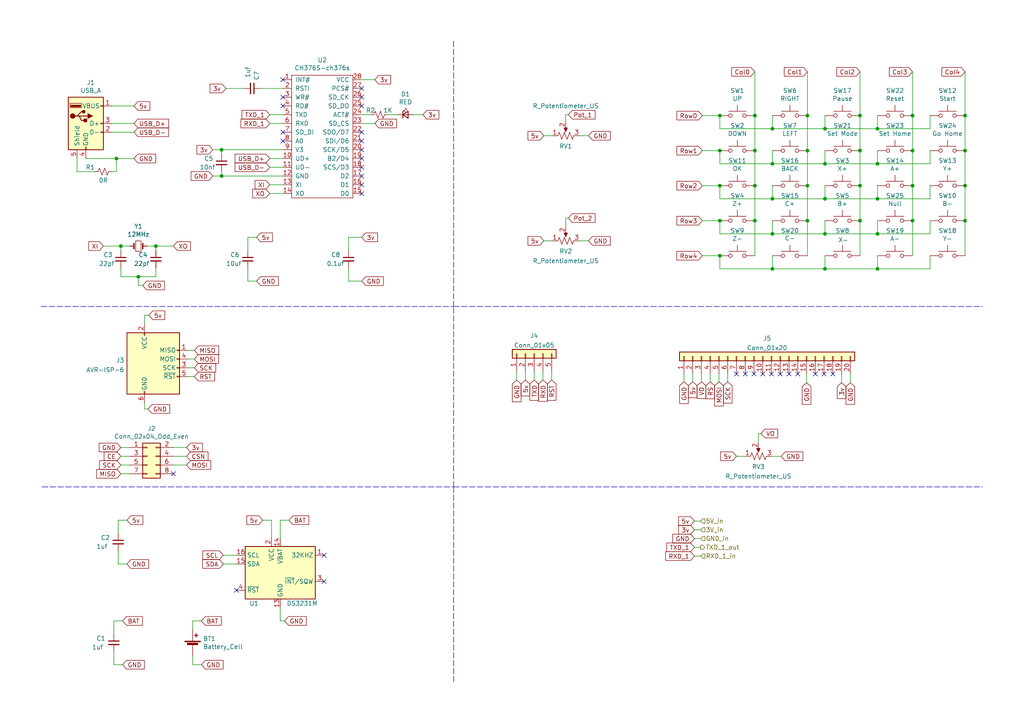
<source format=kicad_sch>
(kicad_sch (version 20231120) (generator "eeschema") (generator_version "8.0")
  (paper "A4")
  (lib_symbols
    (symbol "Connector:AVR-ISP-6" (pin_names (offset 1.016))
      (property "Reference" "J" (at -6.35 11.43 0))
      (property "Value" "AVR-ISP-6" (at 0 11.43 0))
      (symbol "AVR-ISP-6_0_1"
        (rectangle (start -2.667 -6.858) (end -2.413 -7.62))
        (rectangle (start -2.667 10.16) (end -2.413 9.398))
        (rectangle (start 7.62 -2.413) (end 6.858 -2.667))
        (rectangle (start 7.62 0.127) (end 6.858 -0.127))
        (rectangle (start 7.62 2.667) (end 6.858 2.413))
        (rectangle (start 7.62 5.207) (end 6.858 4.953))
        (rectangle (start 7.62 10.16) (end -7.62 -7.62) (stroke (width 0.254)) (fill (type background)))
      )
      (symbol "AVR-ISP-6_1_1"
        (pin passive line (at 10.16 5.08 180) (length 2.54) (name "MISO") (number "1"))
        (pin passive line (at -2.54 12.7 270) (length 2.54) (name "VCC") (number "2"))
        (pin passive line (at 10.16 0 180) (length 2.54) (name "SCK") (number "3"))
        (pin passive line (at 10.16 2.54 180) (length 2.54) (name "MOSI") (number "4"))
        (pin passive line (at 10.16 -2.54 180) (length 2.54) (name "~{RST}") (number "5"))
        (pin passive line (at -2.54 -10.16 90) (length 2.54) (name "GND") (number "6"))
      )
    )
    (symbol "Connector:USB_A" (pin_names (offset 1.016))
      (property "Reference" "J" (at -5.08 11.43 0))
      (property "Value" "USB_A" (at -5.08 8.89 0))
      (symbol "USB_A_0_1"
        (rectangle (start -5.08 -7.62) (end 5.08 7.62) (stroke (width 0.254)) (fill (type background)))
        (circle (center -3.81 2.159) (radius 0.635) (stroke (width 0.254)) (fill (type outline)))
        (rectangle (start -1.524 4.826) (end -4.318 5.334) (fill (type outline)))
        (rectangle (start -1.27 4.572) (end -4.572 5.842))
        (circle (center -0.635 3.429) (radius 0.381) (stroke (width 0.254)) (fill (type outline)))
        (rectangle (start -0.127 -7.62) (end 0.127 -6.858))
        (polyline (pts (xy -3.175 2.159) (xy -2.54 2.159) (xy -1.27 3.429) (xy -0.635 3.429)) (stroke (width 0.254)))
        (polyline (pts (xy -2.54 2.159) (xy -1.905 2.159) (xy -1.27 0.889) (xy 0 0.889)) (stroke (width 0.254)))
        (polyline (pts (xy 0.635 2.794) (xy 0.635 1.524) (xy 1.905 2.159) (xy 0.635 2.794)) (stroke (width 0.254)) (fill (type outline)))
        (rectangle (start 0.254 1.27) (end -0.508 0.508) (stroke (width 0.254)) (fill (type outline)))
        (rectangle (start 5.08 -2.667) (end 4.318 -2.413))
        (rectangle (start 5.08 -0.127) (end 4.318 0.127))
        (rectangle (start 5.08 4.953) (end 4.318 5.207))
      )
      (symbol "USB_A_1_1"
        (polyline (pts (xy -1.905 2.159) (xy 0.635 2.159)) (stroke (width 0.254)))
        (pin power_in line (at 7.62 5.08 180) (length 2.54) (name "VBUS") (number "1"))
        (pin bidirectional line (at 7.62 -2.54 180) (length 2.54) (name "D-") (number "2"))
        (pin bidirectional line (at 7.62 0 180) (length 2.54) (name "D+") (number "3"))
        (pin power_in line (at 0 -10.16 90) (length 2.54) (name "GND") (number "4"))
        (pin passive line (at -2.54 -10.16 90) (length 2.54) (name "Shield") (number "5"))
      )
    )
    (symbol "Connector_Generic:Conn_01x05" (pin_names (offset 1.016) hide)
      (property "Reference" "J" (at 0 7.62 0))
      (property "Value" "Conn_01x05" (at 0 -7.62 0))
      (symbol "Conn_01x05_1_1"
        (rectangle (start -1.27 -4.953) (end 0 -5.207) (stroke (width 0.1524)))
        (rectangle (start -1.27 -2.413) (end 0 -2.667) (stroke (width 0.1524)))
        (rectangle (start -1.27 0.127) (end 0 -0.127) (stroke (width 0.1524)))
        (rectangle (start -1.27 2.667) (end 0 2.413) (stroke (width 0.1524)))
        (rectangle (start -1.27 5.207) (end 0 4.953) (stroke (width 0.1524)))
        (rectangle (start -1.27 6.35) (end 1.27 -6.35) (stroke (width 0.254)) (fill (type background)))
        (pin passive line (at -5.08 5.08 0) (length 3.81) (name "Pin_1") (number "1"))
        (pin passive line (at -5.08 2.54 0) (length 3.81) (name "Pin_2") (number "2"))
        (pin passive line (at -5.08 0 0) (length 3.81) (name "Pin_3") (number "3"))
        (pin passive line (at -5.08 -2.54 0) (length 3.81) (name "Pin_4") (number "4"))
        (pin passive line (at -5.08 -5.08 0) (length 3.81) (name "Pin_5") (number "5"))
      )
    )
    (symbol "Connector_Generic:Conn_01x20" (pin_names (offset 1.016) hide)
      (property "Reference" "J" (at 0 25.4 0))
      (property "Value" "Conn_01x20" (at 0 -27.94 0))
      (symbol "Conn_01x20_1_1"
        (rectangle (start -1.27 -25.273) (end 0 -25.527) (stroke (width 0.1524)))
        (rectangle (start -1.27 -22.733) (end 0 -22.987) (stroke (width 0.1524)))
        (rectangle (start -1.27 -20.193) (end 0 -20.447) (stroke (width 0.1524)))
        (rectangle (start -1.27 -17.653) (end 0 -17.907) (stroke (width 0.1524)))
        (rectangle (start -1.27 -15.113) (end 0 -15.367) (stroke (width 0.1524)))
        (rectangle (start -1.27 -12.573) (end 0 -12.827) (stroke (width 0.1524)))
        (rectangle (start -1.27 -10.033) (end 0 -10.287) (stroke (width 0.1524)))
        (rectangle (start -1.27 -7.493) (end 0 -7.747) (stroke (width 0.1524)))
        (rectangle (start -1.27 -4.953) (end 0 -5.207) (stroke (width 0.1524)))
        (rectangle (start -1.27 -2.413) (end 0 -2.667) (stroke (width 0.1524)))
        (rectangle (start -1.27 0.127) (end 0 -0.127) (stroke (width 0.1524)))
        (rectangle (start -1.27 2.667) (end 0 2.413) (stroke (width 0.1524)))
        (rectangle (start -1.27 5.207) (end 0 4.953) (stroke (width 0.1524)))
        (rectangle (start -1.27 7.747) (end 0 7.493) (stroke (width 0.1524)))
        (rectangle (start -1.27 10.287) (end 0 10.033) (stroke (width 0.1524)))
        (rectangle (start -1.27 12.827) (end 0 12.573) (stroke (width 0.1524)))
        (rectangle (start -1.27 15.367) (end 0 15.113) (stroke (width 0.1524)))
        (rectangle (start -1.27 17.907) (end 0 17.653) (stroke (width 0.1524)))
        (rectangle (start -1.27 20.447) (end 0 20.193) (stroke (width 0.1524)))
        (rectangle (start -1.27 22.987) (end 0 22.733) (stroke (width 0.1524)))
        (rectangle (start -1.27 24.13) (end 1.27 -26.67) (stroke (width 0.254)) (fill (type background)))
        (pin passive line (at -5.08 22.86 0) (length 3.81) (name "Pin_1") (number "1"))
        (pin passive line (at -5.08 0 0) (length 3.81) (name "Pin_10") (number "10"))
        (pin passive line (at -5.08 -2.54 0) (length 3.81) (name "Pin_11") (number "11"))
        (pin passive line (at -5.08 -5.08 0) (length 3.81) (name "Pin_12") (number "12"))
        (pin passive line (at -5.08 -7.62 0) (length 3.81) (name "Pin_13") (number "13"))
        (pin passive line (at -5.08 -10.16 0) (length 3.81) (name "Pin_14") (number "14"))
        (pin passive line (at -5.08 -12.7 0) (length 3.81) (name "Pin_15") (number "15"))
        (pin passive line (at -5.08 -15.24 0) (length 3.81) (name "Pin_16") (number "16"))
        (pin passive line (at -5.08 -17.78 0) (length 3.81) (name "Pin_17") (number "17"))
        (pin passive line (at -5.08 -20.32 0) (length 3.81) (name "Pin_18") (number "18"))
        (pin passive line (at -5.08 -22.86 0) (length 3.81) (name "Pin_19") (number "19"))
        (pin passive line (at -5.08 20.32 0) (length 3.81) (name "Pin_2") (number "2"))
        (pin passive line (at -5.08 -25.4 0) (length 3.81) (name "Pin_20") (number "20"))
        (pin passive line (at -5.08 17.78 0) (length 3.81) (name "Pin_3") (number "3"))
        (pin passive line (at -5.08 15.24 0) (length 3.81) (name "Pin_4") (number "4"))
        (pin passive line (at -5.08 12.7 0) (length 3.81) (name "Pin_5") (number "5"))
        (pin passive line (at -5.08 10.16 0) (length 3.81) (name "Pin_6") (number "6"))
        (pin passive line (at -5.08 7.62 0) (length 3.81) (name "Pin_7") (number "7"))
        (pin passive line (at -5.08 5.08 0) (length 3.81) (name "Pin_8") (number "8"))
        (pin passive line (at -5.08 2.54 0) (length 3.81) (name "Pin_9") (number "9"))
      )
    )
    (symbol "Connector_Generic:Conn_02x04_Odd_Even" (pin_names (offset 1.016) hide)
      (property "Reference" "J" (at 1.27 5.08 0))
      (property "Value" "Conn_02x04_Odd_Even" (at 1.27 -7.62 0))
      (symbol "Conn_02x04_Odd_Even_1_1"
        (rectangle (start -1.27 -4.953) (end 0 -5.207) (stroke (width 0.1524)))
        (rectangle (start -1.27 -2.413) (end 0 -2.667) (stroke (width 0.1524)))
        (rectangle (start -1.27 0.127) (end 0 -0.127) (stroke (width 0.1524)))
        (rectangle (start -1.27 2.667) (end 0 2.413) (stroke (width 0.1524)))
        (rectangle (start -1.27 3.81) (end 3.81 -6.35) (stroke (width 0.254)) (fill (type background)))
        (rectangle (start 3.81 -4.953) (end 2.54 -5.207) (stroke (width 0.1524)))
        (rectangle (start 3.81 -2.413) (end 2.54 -2.667) (stroke (width 0.1524)))
        (rectangle (start 3.81 0.127) (end 2.54 -0.127) (stroke (width 0.1524)))
        (rectangle (start 3.81 2.667) (end 2.54 2.413) (stroke (width 0.1524)))
        (pin passive line (at -5.08 2.54 0) (length 3.81) (name "Pin_1") (number "1"))
        (pin passive line (at 7.62 2.54 180) (length 3.81) (name "Pin_2") (number "2"))
        (pin passive line (at -5.08 0 0) (length 3.81) (name "Pin_3") (number "3"))
        (pin passive line (at 7.62 0 180) (length 3.81) (name "Pin_4") (number "4"))
        (pin passive line (at -5.08 -2.54 0) (length 3.81) (name "Pin_5") (number "5"))
        (pin passive line (at 7.62 -2.54 180) (length 3.81) (name "Pin_6") (number "6"))
        (pin passive line (at -5.08 -5.08 0) (length 3.81) (name "Pin_7") (number "7"))
        (pin passive line (at 7.62 -5.08 180) (length 3.81) (name "Pin_8") (number "8"))
      )
    )
    (symbol "Device:Battery_Cell" (pin_numbers hide) (pin_names (offset 0) hide)
      (property "Reference" "BT" (at 2.54 2.54 0))
      (property "Value" "Battery_Cell" (at 2.54 0 0))
      (symbol "Battery_Cell_0_1"
        (rectangle (start -2.286 1.778) (end 2.286 1.524) (fill (type outline)))
        (rectangle (start -1.5748 1.1938) (end 1.4732 0.6858) (fill (type outline)))
        (polyline (pts (xy 0 0.762) (xy 0 0)))
        (polyline (pts (xy 0 1.778) (xy 0 2.54)))
        (polyline (pts (xy 0.508 3.429) (xy 1.524 3.429)) (stroke (width 0.254)))
        (polyline (pts (xy 1.016 3.937) (xy 1.016 2.921)) (stroke (width 0.254)))
      )
      (symbol "Battery_Cell_1_1"
        (pin passive line (at 0 5.08 270) (length 2.54) (name "+") (number "1"))
        (pin passive line (at 0 -2.54 90) (length 2.54) (name "-") (number "2"))
      )
    )
    (symbol "Device:C_Small" (pin_numbers hide) (pin_names (offset 0.254) hide)
      (property "Reference" "C" (at 0.254 1.778 0))
      (property "Value" "C_Small" (at 0.254 -2.032 0))
      (symbol "C_Small_0_1"
        (polyline (pts (xy -1.524 -0.508) (xy 1.524 -0.508)) (stroke (width 0.3302)))
        (polyline (pts (xy -1.524 0.508) (xy 1.524 0.508)) (stroke (width 0.3048)))
      )
      (symbol "C_Small_1_1"
        (pin passive line (at 0 2.54 270) (length 2.032) (name "~") (number "1"))
        (pin passive line (at 0 -2.54 90) (length 2.032) (name "~") (number "2"))
      )
    )
    (symbol "Device:Crystal_Small" (pin_numbers hide) (pin_names (offset 1.016) hide)
      (property "Reference" "Y" (at 0 2.54 0))
      (property "Value" "Crystal_Small" (at 0 -2.54 0))
      (symbol "Crystal_Small_0_1"
        (rectangle (start -0.762 -1.524) (end 0.762 1.524))
        (polyline (pts (xy -1.27 -0.762) (xy -1.27 0.762)) (stroke (width 0.381)))
        (polyline (pts (xy 1.27 -0.762) (xy 1.27 0.762)) (stroke (width 0.381)))
      )
      (symbol "Crystal_Small_1_1"
        (pin passive line (at -2.54 0 0) (length 1.27) (name "1") (number "1"))
        (pin passive line (at 2.54 0 180) (length 1.27) (name "2") (number "2"))
      )
    )
    (symbol "Device:LED_Small" (pin_numbers hide) (pin_names (offset 0.254) hide)
      (property "Reference" "D" (at -1.27 3.175 0))
      (property "Value" "LED_Small" (at -4.445 -2.54 0))
      (symbol "LED_Small_0_1"
        (polyline (pts (xy -0.762 -1.016) (xy -0.762 1.016)) (stroke (width 0.254)))
        (polyline (pts (xy 1.016 0) (xy -0.762 0)))
        (polyline (pts (xy 0.762 -1.016) (xy -0.762 0) (xy 0.762 1.016) (xy 0.762 -1.016)) (stroke (width 0.254)))
        (polyline (pts (xy 0 0.762) (xy -0.508 1.27) (xy -0.254 1.27) (xy -0.508 1.27) (xy -0.508 1.016)))
        (polyline (pts (xy 0.508 1.27) (xy 0 1.778) (xy 0.254 1.778) (xy 0 1.778) (xy 0 1.524)))
      )
      (symbol "LED_Small_1_1"
        (pin passive line (at -2.54 0 0) (length 1.778) (name "K") (number "1"))
        (pin passive line (at 2.54 0 180) (length 1.778) (name "A") (number "2"))
      )
    )
    (symbol "Device:R_Potentiometer_US" (pin_names (offset 1.016) hide)
      (property "Reference" "RV" (at -4.445 0 90))
      (property "Value" "R_Potentiometer_US" (at -2.54 0 90))
      (symbol "R_Potentiometer_US_0_1"
        (polyline (pts (xy 0 -2.286) (xy 0 -2.54)))
        (polyline (pts (xy 0 2.54) (xy 0 2.286)))
        (polyline (pts (xy 2.54 0) (xy 1.524 0)))
        (polyline (pts (xy 1.143 0) (xy 2.286 0.508) (xy 2.286 -0.508) (xy 1.143 0)) (fill (type outline)))
        (polyline (pts (xy 0 -0.762) (xy 1.016 -1.143) (xy 0 -1.524) (xy -1.016 -1.905) (xy 0 -2.286)))
        (polyline (pts (xy 0 0.762) (xy 1.016 0.381) (xy 0 0) (xy -1.016 -0.381) (xy 0 -0.762)))
        (polyline (pts (xy 0 2.286) (xy 1.016 1.905) (xy 0 1.524) (xy -1.016 1.143) (xy 0 0.762)))
      )
      (symbol "R_Potentiometer_US_1_1"
        (pin passive line (at 0 3.81 270) (length 1.27) (name "1") (number "1"))
        (pin passive line (at 3.81 0 180) (length 1.27) (name "2") (number "2"))
        (pin passive line (at 0 -3.81 90) (length 1.27) (name "3") (number "3"))
      )
    )
    (symbol "Device:R_Small_US" (pin_numbers hide) (pin_names (offset 0.254) hide)
      (property "Reference" "R" (at 0.762 0.508 0))
      (property "Value" "R_Small_US" (at 0.762 -1.016 0))
      (symbol "R_Small_US_1_1"
        (polyline (pts (xy 0 0) (xy 1.016 -0.381) (xy 0 -0.762) (xy -1.016 -1.143) (xy 0 -1.524)))
        (polyline (pts (xy 0 1.524) (xy 1.016 1.143) (xy 0 0.762) (xy -1.016 0.381) (xy 0 0)))
        (pin passive line (at 0 2.54 270) (length 1.016) (name "~") (number "1"))
        (pin passive line (at 0 -2.54 90) (length 1.016) (name "~") (number "2"))
      )
    )
    (symbol "StockPile_Final-rescue:CH376S-ch376s" (pin_names (offset 1.016))
      (property "Reference" "U" (at 0 19.05 0))
      (property "Value" "CH376S-ch376s" (at 0 -21.59 0))
      (symbol "CH376S-ch376s_0_1"
        (rectangle (start -8.89 16.51) (end 8.89 -19.05))
      )
      (symbol "CH376S-ch376s_1_1"
        (pin input line (at -11.43 15.24 0) (length 2.54) (name "INT#") (number "1"))
        (pin input line (at -11.43 -7.62 0) (length 2.54) (name "UD+") (number "10"))
        (pin input line (at -11.43 -10.16 0) (length 2.54) (name "UD-") (number "11"))
        (pin input line (at -11.43 -12.7 0) (length 2.54) (name "GND") (number "12"))
        (pin input line (at -11.43 -15.24 0) (length 2.54) (name "XI") (number "13"))
        (pin input line (at -11.43 -17.78 0) (length 2.54) (name "XO") (number "14"))
        (pin input line (at 11.43 -17.78 180) (length 2.54) (name "D0") (number "15"))
        (pin input line (at 11.43 -15.24 180) (length 2.54) (name "D1") (number "16"))
        (pin input line (at 11.43 -12.7 180) (length 2.54) (name "D2") (number "17"))
        (pin input line (at 11.43 -10.16 180) (length 2.54) (name "SCS/D3") (number "18"))
        (pin input line (at 11.43 -7.62 180) (length 2.54) (name "B2/D4") (number "19"))
        (pin input line (at -11.43 12.7 0) (length 2.54) (name "RSTI") (number "2"))
        (pin input line (at 11.43 -5.08 180) (length 2.54) (name "SCK/D5") (number "20"))
        (pin input line (at 11.43 -2.54 180) (length 2.54) (name "SDI/D6") (number "21"))
        (pin input line (at 11.43 0 180) (length 2.54) (name "SDO/D7") (number "22"))
        (pin input line (at 11.43 2.54 180) (length 2.54) (name "SD_CS") (number "23"))
        (pin input line (at 11.43 5.08 180) (length 2.54) (name "ACT#") (number "24"))
        (pin input line (at 11.43 7.62 180) (length 2.54) (name "SD_DO") (number "25"))
        (pin input line (at 11.43 10.16 180) (length 2.54) (name "SD_CK") (number "26"))
        (pin input line (at 11.43 12.7 180) (length 2.54) (name "PCS#") (number "27"))
        (pin input line (at 11.43 15.24 180) (length 2.54) (name "VCC") (number "28"))
        (pin input line (at -11.43 10.16 0) (length 2.54) (name "WR#") (number "3"))
        (pin input line (at -11.43 7.62 0) (length 2.54) (name "RD#") (number "4"))
        (pin input line (at -11.43 5.08 0) (length 2.54) (name "TXD") (number "5"))
        (pin input line (at -11.43 2.54 0) (length 2.54) (name "RXD") (number "6"))
        (pin input line (at -11.43 0 0) (length 2.54) (name "SD_DI") (number "7"))
        (pin input line (at -11.43 -2.54 0) (length 2.54) (name "A0") (number "8"))
        (pin input line (at -11.43 -5.08 0) (length 2.54) (name "V3") (number "9"))
      )
    )
    (symbol "Switch:SW_Push" (pin_numbers hide) (pin_names (offset 1.016) hide)
      (property "Reference" "SW" (at 1.27 2.54 0))
      (property "Value" "SW_Push" (at 0 -1.524 0))
      (symbol "SW_Push_0_1"
        (circle (center -2.032 0) (radius 0.508))
        (polyline (pts (xy 0 1.27) (xy 0 3.048)))
        (polyline (pts (xy 2.54 1.27) (xy -2.54 1.27)))
        (circle (center 2.032 0) (radius 0.508))
        (pin passive line (at -5.08 0 0) (length 2.54) (name "1") (number "1"))
        (pin passive line (at 5.08 0 180) (length 2.54) (name "2") (number "2"))
      )
    )
    (symbol "Timer_RTC:DS3231M"
      (property "Reference" "U" (at -7.62 8.89 0))
      (property "Value" "DS3231M" (at 10.16 8.89 0))
      (symbol "DS3231M_0_1"
        (rectangle (start -10.16 7.62) (end 10.16 -7.62) (stroke (width 0.254)) (fill (type background)))
      )
      (symbol "DS3231M_1_1"
        (pin open_collector line (at 12.7 5.08 180) (length 2.54) (name "32KHZ") (number "1"))
        (pin passive line (at 0 -10.16 90) (length 2.54) hide (name "GND") (number "10"))
        (pin passive line (at 0 -10.16 90) (length 2.54) hide (name "GND") (number "11"))
        (pin passive line (at 0 -10.16 90) (length 2.54) hide (name "GND") (number "12"))
        (pin power_in line (at 0 -10.16 90) (length 2.54) (name "GND") (number "13"))
        (pin power_in line (at 0 10.16 270) (length 2.54) (name "VBAT") (number "14"))
        (pin bidirectional line (at -12.7 2.54 0) (length 2.54) (name "SDA") (number "15"))
        (pin input line (at -12.7 5.08 0) (length 2.54) (name "SCL") (number "16"))
        (pin power_in line (at -2.54 10.16 270) (length 2.54) (name "VCC") (number "2"))
        (pin open_collector line (at 12.7 -2.54 180) (length 2.54) (name "~{INT}/SQW") (number "3"))
        (pin bidirectional line (at -12.7 -5.08 0) (length 2.54) (name "~{RST}") (number "4"))
        (pin passive line (at 0 -10.16 90) (length 2.54) hide (name "GND") (number "5"))
        (pin passive line (at 0 -10.16 90) (length 2.54) hide (name "GND") (number "6"))
        (pin passive line (at 0 -10.16 90) (length 2.54) hide (name "GND") (number "7"))
        (pin passive line (at 0 -10.16 90) (length 2.54) hide (name "GND") (number "8"))
        (pin passive line (at 0 -10.16 90) (length 2.54) hide (name "GND") (number "9"))
      )
    )
  )
  (junction (at 208.788 43.688))
  (junction (at 234.188 43.688))
  (junction (at 234.188 53.848))
  (junction (at 239.268 67.818))
  (junction (at 224.028 47.498))
  (junction (at 218.948 53.848))
  (junction (at 224.028 67.818))
  (junction (at 279.908 33.528))
  (junction (at 254.508 67.818))
  (junction (at 239.268 77.978))
  (junction (at 218.948 64.008))
  (junction (at 254.508 37.338))
  (junction (at 208.788 64.008))
  (junction (at 40.132 80.264))
  (junction (at 218.948 33.528))
  (junction (at 249.428 33.528))
  (junction (at 64.262 43.434))
  (junction (at 264.668 33.528))
  (junction (at 254.508 57.658))
  (junction (at 279.908 43.688))
  (junction (at 239.268 57.658))
  (junction (at 234.188 64.008))
  (junction (at 218.948 43.688))
  (junction (at 239.268 47.498))
  (junction (at 208.788 74.168))
  (junction (at 264.668 64.008))
  (junction (at 279.908 53.848))
  (junction (at 279.908 64.008))
  (junction (at 224.028 77.978))
  (junction (at 64.262 51.054))
  (junction (at 264.668 43.688))
  (junction (at 249.428 43.688))
  (junction (at 208.788 33.528))
  (junction (at 35.052 71.374))
  (junction (at 254.508 47.498))
  (junction (at 264.668 53.848))
  (junction (at 249.428 53.848))
  (junction (at 254.508 77.978))
  (junction (at 249.428 64.008))
  (junction (at 224.028 57.658))
  (junction (at 239.268 37.338))
  (junction (at 208.788 53.848))
  (junction (at 224.028 37.338))
  (junction (at 45.212 71.374))
  (junction (at 33.782 45.974))
  (junction (at 234.188 33.528))
  (no_connect (at 104.902 51.054))
  (no_connect (at 239.014 108.458))
  (no_connect (at 241.554 108.458))
  (no_connect (at 82.042 23.114))
  (no_connect (at 104.902 38.354))
  (no_connect (at 213.614 108.458))
  (no_connect (at 216.154 108.458))
  (no_connect (at 218.694 108.458))
  (no_connect (at 221.234 108.458))
  (no_connect (at 223.774 108.458))
  (no_connect (at 226.314 108.458))
  (no_connect (at 228.854 108.458))
  (no_connect (at 231.394 108.458))
  (no_connect (at 104.902 40.894))
  (no_connect (at 104.902 28.194))
  (no_connect (at 104.902 30.734))
  (no_connect (at 104.902 43.434))
  (no_connect (at 104.902 56.134))
  (no_connect (at 104.902 25.654))
  (no_connect (at 104.902 48.514))
  (no_connect (at 82.042 28.194))
  (no_connect (at 82.042 30.734))
  (no_connect (at 104.902 53.594))
  (no_connect (at 68.58 171.196))
  (no_connect (at 104.902 45.974))
  (no_connect (at 82.042 38.354))
  (no_connect (at 236.474 108.458))
  (no_connect (at 50.292 137.414))
  (no_connect (at 82.042 40.894))
  (no_connect (at 93.98 161.036))
  (no_connect (at 93.98 168.656))
  (wire (pts (xy 36.83 150.876) (xy 34.29 150.876)))
  (wire (pts (xy 35.56 180.086) (xy 33.02 180.086)))
  (wire (pts (xy 254.508 47.498) (xy 269.748 47.498)))
  (wire (pts (xy 164.084 33.274) (xy 164.084 35.56)))
  (wire (pts (xy 219.964 125.73) (xy 219.964 128.524)))
  (wire (pts (xy 43.18 91.44) (xy 41.91 91.44)))
  (wire (pts (xy 234.188 20.828) (xy 234.188 33.528)))
  (wire (pts (xy 269.748 77.978) (xy 269.748 74.168)))
  (wire (pts (xy 104.902 33.274) (xy 107.442 33.274)))
  (wire (pts (xy 198.374 108.458) (xy 198.374 110.744)))
  (wire (pts (xy 22.352 49.784) (xy 27.432 49.784)))
  (wire (pts (xy 203.708 74.168) (xy 208.788 74.168)))
  (wire (pts (xy 71.882 81.534) (xy 74.422 81.534)))
  (wire (pts (xy 254.508 57.658) (xy 269.748 57.658)))
  (wire (pts (xy 224.028 74.168) (xy 224.028 77.978)))
  (wire (pts (xy 160.02 107.696) (xy 160.02 110.236)))
  (wire (pts (xy 50.292 71.374) (xy 45.212 71.374)))
  (wire (pts (xy 24.892 45.974) (xy 33.782 45.974)))
  (wire (pts (xy 279.908 20.828) (xy 279.908 33.528)))
  (wire (pts (xy 64.262 49.784) (xy 64.262 51.054)))
  (wire (pts (xy 218.948 64.008) (xy 218.948 74.168)))
  (wire (pts (xy 40.132 82.804) (xy 41.402 82.804)))
  (wire (pts (xy 208.788 37.338) (xy 224.028 37.338)))
  (wire (pts (xy 239.268 67.818) (xy 254.508 67.818)))
  (wire (pts (xy 254.508 33.528) (xy 254.508 37.338)))
  (wire (pts (xy 101.092 81.534) (xy 104.902 81.534)))
  (wire (pts (xy 234.188 33.528) (xy 234.188 43.688)))
  (wire (pts (xy 239.268 37.338) (xy 254.508 37.338)))
  (wire (pts (xy 40.132 82.804) (xy 40.132 80.264)))
  (wire (pts (xy 224.028 37.338) (xy 239.268 37.338)))
  (wire (pts (xy 279.908 33.528) (xy 279.908 43.688)))
  (wire (pts (xy 55.88 180.086) (xy 55.88 182.626)))
  (wire (pts (xy 33.782 49.784) (xy 33.782 45.974)))
  (wire (pts (xy 239.268 57.658) (xy 254.508 57.658)))
  (wire (pts (xy 35.052 77.724) (xy 35.052 80.264)))
  (wire (pts (xy 35.052 71.374) (xy 35.052 72.644)))
  (wire (pts (xy 164.084 63.246) (xy 164.084 66.04)))
  (wire (pts (xy 71.882 77.724) (xy 71.882 81.534)))
  (wire (pts (xy 201.422 153.67) (xy 203.2 153.67)))
  (wire (pts (xy 22.352 45.974) (xy 22.352 49.784)))
  (polyline (pts (xy 131.572 141.224) (xy 284.988 141.224)) (stroke (width 0) (type dash)))
  (wire (pts (xy 239.268 33.528) (xy 239.268 37.338)))
  (wire (pts (xy 205.994 108.458) (xy 205.994 110.744)))
  (wire (pts (xy 40.132 80.264) (xy 45.212 80.264)))
  (wire (pts (xy 101.092 68.834) (xy 101.092 72.644)))
  (wire (pts (xy 75.692 25.654) (xy 82.042 25.654)))
  (wire (pts (xy 249.428 53.848) (xy 249.428 64.008)))
  (wire (pts (xy 208.788 67.818) (xy 224.028 67.818)))
  (wire (pts (xy 208.788 33.528) (xy 208.788 37.338)))
  (wire (pts (xy 37.592 71.374) (xy 35.052 71.374)))
  (wire (pts (xy 224.028 57.658) (xy 239.268 57.658)))
  (wire (pts (xy 58.42 180.086) (xy 55.88 180.086)))
  (wire (pts (xy 33.02 192.786) (xy 35.56 192.786)))
  (wire (pts (xy 33.782 45.974) (xy 38.862 45.974)))
  (wire (pts (xy 211.074 108.458) (xy 211.074 110.744)))
  (wire (pts (xy 64.77 161.036) (xy 68.58 161.036)))
  (wire (pts (xy 224.028 43.688) (xy 224.028 47.498)))
  (wire (pts (xy 38.862 30.734) (xy 32.512 30.734)))
  (wire (pts (xy 164.084 63.246) (xy 164.846 63.246)))
  (wire (pts (xy 208.788 77.978) (xy 224.028 77.978)))
  (wire (pts (xy 201.422 158.75) (xy 203.2 158.75)))
  (wire (pts (xy 208.788 64.008) (xy 208.788 67.818)))
  (polyline (pts (xy 131.572 141.224) (xy 131.572 88.9)) (stroke (width 0) (type dash)))
  (wire (pts (xy 269.748 37.338) (xy 269.748 33.528)))
  (wire (pts (xy 35.052 129.794) (xy 37.592 129.794)))
  (polyline (pts (xy 131.572 141.224) (xy 131.572 197.866)) (stroke (width 0) (type dash)))
  (wire (pts (xy 54.61 106.68) (xy 56.388 106.68)))
  (wire (pts (xy 264.668 53.848) (xy 264.668 64.008)))
  (wire (pts (xy 249.428 20.828) (xy 249.428 33.528)))
  (wire (pts (xy 264.668 64.008) (xy 264.668 74.168)))
  (wire (pts (xy 61.722 51.054) (xy 64.262 51.054)))
  (wire (pts (xy 64.262 51.054) (xy 82.042 51.054)))
  (wire (pts (xy 254.508 64.008) (xy 254.508 67.818)))
  (wire (pts (xy 152.4 107.696) (xy 152.4 110.236)))
  (wire (pts (xy 249.428 64.008) (xy 249.428 74.168)))
  (wire (pts (xy 208.788 53.848) (xy 208.788 57.658)))
  (wire (pts (xy 81.28 176.276) (xy 81.28 180.086)))
  (wire (pts (xy 50.292 129.794) (xy 54.102 129.794)))
  (wire (pts (xy 64.262 43.434) (xy 64.262 44.704)))
  (wire (pts (xy 81.28 180.086) (xy 82.55 180.086)))
  (wire (pts (xy 269.748 57.658) (xy 269.748 53.848)))
  (wire (pts (xy 76.2 150.876) (xy 78.74 150.876)))
  (wire (pts (xy 32.512 49.784) (xy 33.782 49.784)))
  (wire (pts (xy 157.48 107.696) (xy 157.48 110.236)))
  (wire (pts (xy 167.894 39.37) (xy 170.688 39.37)))
  (wire (pts (xy 203.708 33.528) (xy 208.788 33.528)))
  (wire (pts (xy 203.708 64.008) (xy 208.788 64.008)))
  (wire (pts (xy 112.522 33.274) (xy 115.062 33.274)))
  (wire (pts (xy 33.02 180.086) (xy 33.02 183.896)))
  (wire (pts (xy 78.74 150.876) (xy 78.74 155.956)))
  (wire (pts (xy 208.534 108.458) (xy 208.534 110.744)))
  (wire (pts (xy 120.142 33.274) (xy 122.682 33.274)))
  (wire (pts (xy 78.232 48.514) (xy 82.042 48.514)))
  (wire (pts (xy 42.672 71.374) (xy 45.212 71.374)))
  (wire (pts (xy 154.94 107.696) (xy 154.94 110.236)))
  (wire (pts (xy 54.61 104.14) (xy 56.388 104.14)))
  (wire (pts (xy 269.748 47.498) (xy 269.748 43.688)))
  (wire (pts (xy 55.88 190.246) (xy 55.88 192.786)))
  (wire (pts (xy 224.028 77.978) (xy 239.268 77.978)))
  (wire (pts (xy 41.91 91.44) (xy 41.91 93.98)))
  (wire (pts (xy 239.268 74.168) (xy 239.268 77.978)))
  (wire (pts (xy 239.268 64.008) (xy 239.268 67.818)))
  (polyline (pts (xy 12.192 141.224) (xy 131.572 141.224)) (stroke (width 0) (type dash)))
  (wire (pts (xy 264.668 20.828) (xy 264.668 33.528)))
  (wire (pts (xy 35.052 137.414) (xy 37.592 137.414)))
  (wire (pts (xy 78.232 56.134) (xy 82.042 56.134)))
  (wire (pts (xy 45.212 80.264) (xy 45.212 77.724)))
  (wire (pts (xy 41.91 118.618) (xy 42.926 118.618)))
  (wire (pts (xy 78.232 45.974) (xy 82.042 45.974)))
  (wire (pts (xy 218.948 33.528) (xy 218.948 43.688)))
  (wire (pts (xy 33.02 188.976) (xy 33.02 192.786)))
  (wire (pts (xy 201.422 161.29) (xy 203.2 161.29)))
  (wire (pts (xy 45.212 71.374) (xy 45.212 72.644)))
  (wire (pts (xy 254.508 37.338) (xy 269.748 37.338)))
  (wire (pts (xy 249.428 33.528) (xy 249.428 43.688)))
  (wire (pts (xy 218.948 20.828) (xy 218.948 33.528)))
  (wire (pts (xy 233.934 108.458) (xy 233.934 110.998)))
  (wire (pts (xy 54.102 134.874) (xy 50.292 134.874)))
  (wire (pts (xy 224.028 67.818) (xy 239.268 67.818)))
  (wire (pts (xy 234.188 64.008) (xy 234.188 74.168)))
  (wire (pts (xy 213.614 132.334) (xy 216.154 132.334)))
  (wire (pts (xy 34.29 150.876) (xy 34.29 154.686)))
  (wire (pts (xy 244.094 108.458) (xy 244.094 110.998)))
  (wire (pts (xy 219.964 125.73) (xy 220.726 125.73)))
  (wire (pts (xy 224.028 47.498) (xy 239.268 47.498)))
  (wire (pts (xy 208.788 43.688) (xy 208.788 47.498)))
  (wire (pts (xy 254.508 53.848) (xy 254.508 57.658)))
  (wire (pts (xy 201.422 151.13) (xy 203.2 151.13)))
  (wire (pts (xy 32.512 38.354) (xy 38.862 38.354)))
  (wire (pts (xy 200.914 108.458) (xy 200.914 110.744)))
  (wire (pts (xy 167.894 69.85) (xy 170.688 69.85)))
  (wire (pts (xy 234.188 53.848) (xy 234.188 64.008)))
  (wire (pts (xy 208.788 74.168) (xy 208.788 77.978)))
  (wire (pts (xy 81.28 150.876) (xy 83.82 150.876)))
  (wire (pts (xy 239.268 43.688) (xy 239.268 47.498)))
  (wire (pts (xy 239.268 77.978) (xy 254.508 77.978)))
  (wire (pts (xy 108.712 23.114) (xy 104.902 23.114)))
  (wire (pts (xy 269.748 67.818) (xy 269.748 64.008)))
  (wire (pts (xy 34.29 163.576) (xy 36.83 163.576)))
  (polyline (pts (xy 11.938 88.9) (xy 131.572 88.9)) (stroke (width 0) (type dash)))
  (wire (pts (xy 239.268 47.498) (xy 254.508 47.498)))
  (wire (pts (xy 279.908 53.848) (xy 279.908 64.008)))
  (wire (pts (xy 64.77 163.576) (xy 68.58 163.576)))
  (wire (pts (xy 234.188 43.688) (xy 234.188 53.848)))
  (wire (pts (xy 101.092 77.724) (xy 101.092 81.534)))
  (wire (pts (xy 54.61 109.22) (xy 56.388 109.22)))
  (polyline (pts (xy 131.572 11.938) (xy 131.572 88.9)) (stroke (width 0) (type dash)))
  (wire (pts (xy 279.908 43.688) (xy 279.908 53.848)))
  (wire (pts (xy 108.712 35.814) (xy 104.902 35.814)))
  (wire (pts (xy 35.052 80.264) (xy 40.132 80.264)))
  (wire (pts (xy 78.232 53.594) (xy 82.042 53.594)))
  (wire (pts (xy 223.774 132.334) (xy 226.568 132.334)))
  (wire (pts (xy 239.268 53.848) (xy 239.268 57.658)))
  (wire (pts (xy 218.948 43.688) (xy 218.948 53.848)))
  (wire (pts (xy 78.232 33.274) (xy 82.042 33.274)))
  (wire (pts (xy 54.102 132.334) (xy 50.292 132.334)))
  (wire (pts (xy 64.262 43.434) (xy 82.042 43.434)))
  (wire (pts (xy 35.052 134.874) (xy 37.592 134.874)))
  (wire (pts (xy 203.454 108.458) (xy 203.454 110.744)))
  (wire (pts (xy 264.668 33.528) (xy 264.668 43.688)))
  (wire (pts (xy 32.512 35.814) (xy 38.862 35.814)))
  (polyline (pts (xy 131.572 88.9) (xy 284.988 88.9)) (stroke (width 0) (type dash)))
  (wire (pts (xy 246.634 108.458) (xy 246.634 110.998)))
  (wire (pts (xy 254.508 74.168) (xy 254.508 77.978)))
  (wire (pts (xy 29.972 71.374) (xy 35.052 71.374)))
  (wire (pts (xy 41.91 116.84) (xy 41.91 118.618)))
  (wire (pts (xy 74.422 68.834) (xy 71.882 68.834)))
  (wire (pts (xy 157.734 69.85) (xy 160.274 69.85)))
  (wire (pts (xy 218.948 53.848) (xy 218.948 64.008)))
  (wire (pts (xy 203.708 43.688) (xy 208.788 43.688)))
  (wire (pts (xy 254.508 43.688) (xy 254.508 47.498)))
  (wire (pts (xy 224.028 33.528) (xy 224.028 37.338)))
  (wire (pts (xy 224.028 53.848) (xy 224.028 57.658)))
  (wire (pts (xy 254.508 77.978) (xy 269.748 77.978)))
  (wire (pts (xy 157.734 39.37) (xy 160.274 39.37)))
  (wire (pts (xy 203.708 53.848) (xy 208.788 53.848)))
  (wire (pts (xy 149.86 107.696) (xy 149.86 110.236)))
  (wire (pts (xy 61.722 43.434) (xy 64.262 43.434)))
  (wire (pts (xy 35.052 132.334) (xy 37.592 132.334)))
  (wire (pts (xy 65.532 25.654) (xy 70.612 25.654)))
  (wire (pts (xy 208.788 57.658) (xy 224.028 57.658)))
  (wire (pts (xy 104.902 68.834) (xy 101.092 68.834)))
  (wire (pts (xy 264.668 43.688) (xy 264.668 53.848)))
  (wire (pts (xy 54.61 101.6) (xy 56.388 101.6)))
  (wire (pts (xy 208.788 47.498) (xy 224.028 47.498)))
  (wire (pts (xy 224.028 64.008) (xy 224.028 67.818)))
  (wire (pts (xy 55.88 192.786) (xy 58.42 192.786)))
  (wire (pts (xy 81.28 155.956) (xy 81.28 150.876)))
  (wire (pts (xy 201.422 156.21) (xy 203.2 156.21)))
  (wire (pts (xy 254.508 67.818) (xy 269.748 67.818)))
  (wire (pts (xy 164.846 33.274) (xy 164.084 33.274)))
  (wire (pts (xy 34.29 159.766) (xy 34.29 163.576)))
  (wire (pts (xy 71.882 68.834) (xy 71.882 72.644)))
  (wire (pts (xy 249.428 43.688) (xy 249.428 53.848)))
  (wire (pts (xy 78.232 35.814) (xy 82.042 35.814)))
  (wire (pts (xy 279.908 64.008) (xy 279.908 74.168)))
  (global_label "5v" (shape input) (at 201.422 151.13 180) (property "Intersheetrefs" "${INTERSHEET_REFS}" (effects (hide yes))))
  (global_label "USB_D+" (shape input) (at 78.232 45.974 180) (property "Intersheetrefs" "${INTERSHEET_REFS}" (effects (hide yes))))
  (global_label "GND" (shape input) (at 74.422 81.534 0) (property "Intersheetrefs" "${INTERSHEET_REFS}" (effects (hide yes))))
  (global_label "MOSI" (shape input) (at 54.102 134.874 0) (property "Intersheetrefs" "${INTERSHEET_REFS}" (effects (hide yes))))
  (global_label "SCK" (shape input) (at 35.052 134.874 180) (property "Intersheetrefs" "${INTERSHEET_REFS}" (effects (hide yes))))
  (global_label "GND" (shape input) (at 61.722 51.054 180) (property "Intersheetrefs" "${INTERSHEET_REFS}" (effects (hide yes))))
  (global_label "CE" (shape input) (at 35.052 132.334 180) (property "Intersheetrefs" "${INTERSHEET_REFS}" (effects (hide yes))))
  (global_label "XI" (shape input) (at 29.972 71.374 180) (property "Intersheetrefs" "${INTERSHEET_REFS}" (effects (hide yes))))
  (global_label "5v" (shape input) (at 43.18 91.44 0) (property "Intersheetrefs" "${INTERSHEET_REFS}" (effects (hide yes))))
  (global_label "GND" (shape input) (at 246.634 110.998 270) (property "Intersheetrefs" "${INTERSHEET_REFS}" (effects (hide yes))))
  (global_label "RS" (shape input) (at 205.994 110.744 270) (property "Intersheetrefs" "${INTERSHEET_REFS}" (effects (hide yes))))
  (global_label "BAT" (shape input) (at 58.42 180.086 0) (property "Intersheetrefs" "${INTERSHEET_REFS}" (effects (hide yes))))
  (global_label "USB_D-" (shape input) (at 38.862 38.354 0) (property "Intersheetrefs" "${INTERSHEET_REFS}" (effects (hide yes))))
  (global_label "Row0" (shape input) (at 203.708 33.528 180) (property "Intersheetrefs" "${INTERSHEET_REFS}" (effects (hide yes))))
  (global_label "RST" (shape input) (at 56.388 109.22 0) (property "Intersheetrefs" "${INTERSHEET_REFS}" (effects (hide yes))))
  (global_label "Col3" (shape input) (at 264.668 20.828 180) (property "Intersheetrefs" "${INTERSHEET_REFS}" (effects (hide yes))))
  (global_label "BAT" (shape input) (at 83.82 150.876 0) (property "Intersheetrefs" "${INTERSHEET_REFS}" (effects (hide yes))))
  (global_label "VO" (shape input) (at 203.454 110.744 270) (property "Intersheetrefs" "${INTERSHEET_REFS}" (effects (hide yes))))
  (global_label "GND" (shape input) (at 233.934 110.998 270) (property "Intersheetrefs" "${INTERSHEET_REFS}" (effects (hide yes))))
  (global_label "VO" (shape input) (at 220.726 125.73 0) (property "Intersheetrefs" "${INTERSHEET_REFS}" (effects (hide yes))))
  (global_label "3v" (shape input) (at 244.094 110.998 270) (property "Intersheetrefs" "${INTERSHEET_REFS}" (effects (hide yes))))
  (global_label "USB_D-" (shape input) (at 78.232 48.514 180) (property "Intersheetrefs" "${INTERSHEET_REFS}" (effects (hide yes))))
  (global_label "3v" (shape input) (at 54.102 129.794 0) (property "Intersheetrefs" "${INTERSHEET_REFS}" (effects (hide yes))))
  (global_label "3v" (shape input) (at 61.722 43.434 180) (property "Intersheetrefs" "${INTERSHEET_REFS}" (effects (hide yes))))
  (global_label "MOSI" (shape input) (at 208.534 110.744 270) (property "Intersheetrefs" "${INTERSHEET_REFS}" (effects (hide yes))))
  (global_label "Col4" (shape input) (at 279.908 20.828 180) (property "Intersheetrefs" "${INTERSHEET_REFS}" (effects (hide yes))))
  (global_label "Pot_2" (shape input) (at 164.846 63.246 0) (property "Intersheetrefs" "${INTERSHEET_REFS}" (effects (hide yes))))
  (global_label "GND" (shape input) (at 108.712 35.814 0) (property "Intersheetrefs" "${INTERSHEET_REFS}" (effects (hide yes))))
  (global_label "TXD" (shape input) (at 154.94 110.236 270) (property "Intersheetrefs" "${INTERSHEET_REFS}" (effects (hide yes))))
  (global_label "5v" (shape input) (at 213.614 132.334 180) (property "Intersheetrefs" "${INTERSHEET_REFS}" (effects (hide yes))))
  (global_label "5v" (shape input) (at 157.734 69.85 180) (property "Intersheetrefs" "${INTERSHEET_REFS}" (effects (hide yes))))
  (global_label "GND" (shape input) (at 198.374 110.744 270) (property "Intersheetrefs" "${INTERSHEET_REFS}" (effects (hide yes))))
  (global_label "5v" (shape input) (at 74.422 68.834 0) (property "Intersheetrefs" "${INTERSHEET_REFS}" (effects (hide yes))))
  (global_label "RST" (shape input) (at 160.02 110.236 270) (property "Intersheetrefs" "${INTERSHEET_REFS}" (effects (hide yes))))
  (global_label "USB_D+" (shape input) (at 38.862 35.814 0) (property "Intersheetrefs" "${INTERSHEET_REFS}" (effects (hide yes))))
  (global_label "GND" (shape input) (at 41.402 82.804 0) (property "Intersheetrefs" "${INTERSHEET_REFS}" (effects (hide yes))))
  (global_label "5v" (shape input) (at 76.2 150.876 180) (property "Intersheetrefs" "${INTERSHEET_REFS}" (effects (hide yes))))
  (global_label "GND" (shape input) (at 226.568 132.334 0) (property "Intersheetrefs" "${INTERSHEET_REFS}" (effects (hide yes))))
  (global_label "XO" (shape input) (at 50.292 71.374 0) (property "Intersheetrefs" "${INTERSHEET_REFS}" (effects (hide yes))))
  (global_label "CSN" (shape input) (at 54.102 132.334 0) (property "Intersheetrefs" "${INTERSHEET_REFS}" (effects (hide yes))))
  (global_label "MISO" (shape input) (at 56.388 101.6 0) (property "Intersheetrefs" "${INTERSHEET_REFS}" (effects (hide yes))))
  (global_label "5v" (shape input) (at 36.83 150.876 0) (property "Intersheetrefs" "${INTERSHEET_REFS}" (effects (hide yes))))
  (global_label "RXD" (shape input) (at 157.48 110.236 270) (property "Intersheetrefs" "${INTERSHEET_REFS}" (effects (hide yes))))
  (global_label "SDA" (shape input) (at 64.77 163.576 180) (property "Intersheetrefs" "${INTERSHEET_REFS}" (effects (hide yes))))
  (global_label "3v" (shape input) (at 201.422 153.67 180) (property "Intersheetrefs" "${INTERSHEET_REFS}" (effects (hide yes))))
  (global_label "GND" (shape input) (at 104.902 81.534 0) (property "Intersheetrefs" "${INTERSHEET_REFS}" (effects (hide yes))))
  (global_label "RXD_1" (shape input) (at 78.232 35.814 180) (property "Intersheetrefs" "${INTERSHEET_REFS}" (effects (hide yes))))
  (global_label "GND" (shape input) (at 35.56 192.786 0) (property "Intersheetrefs" "${INTERSHEET_REFS}" (effects (hide yes))))
  (global_label "TXD_1" (shape input) (at 78.232 33.274 180) (property "Intersheetrefs" "${INTERSHEET_REFS}" (effects (hide yes))))
  (global_label "3v" (shape input) (at 65.532 25.654 180) (property "Intersheetrefs" "${INTERSHEET_REFS}" (effects (hide yes))))
  (global_label "GND" (shape input) (at 201.422 156.21 180) (property "Intersheetrefs" "${INTERSHEET_REFS}" (effects (hide yes))))
  (global_label "GND" (shape input) (at 58.42 192.786 0) (property "Intersheetrefs" "${INTERSHEET_REFS}" (effects (hide yes))))
  (global_label "Col2" (shape input) (at 249.428 20.828 180) (property "Intersheetrefs" "${INTERSHEET_REFS}" (effects (hide yes))))
  (global_label "5v" (shape input) (at 200.914 110.744 270) (property "Intersheetrefs" "${INTERSHEET_REFS}" (effects (hide yes))))
  (global_label "GND" (shape input) (at 82.55 180.086 0) (property "Intersheetrefs" "${INTERSHEET_REFS}" (effects (hide yes))))
  (global_label "Row1" (shape input) (at 203.708 43.688 180) (property "Intersheetrefs" "${INTERSHEET_REFS}" (effects (hide yes))))
  (global_label "5v" (shape input) (at 38.862 30.734 0) (property "Intersheetrefs" "${INTERSHEET_REFS}" (effects (hide yes))))
  (global_label "XO" (shape input) (at 78.232 56.134 180) (property "Intersheetrefs" "${INTERSHEET_REFS}" (effects (hide yes))))
  (global_label "SCK" (shape input) (at 56.388 106.68 0) (property "Intersheetrefs" "${INTERSHEET_REFS}" (effects (hide yes))))
  (global_label "3v" (shape input) (at 104.902 68.834 0) (property "Intersheetrefs" "${INTERSHEET_REFS}" (effects (hide yes))))
  (global_label "SCK" (shape input) (at 211.074 110.744 270) (property "Intersheetrefs" "${INTERSHEET_REFS}" (effects (hide yes))))
  (global_label "Row4" (shape input) (at 203.708 74.168 180) (property "Intersheetrefs" "${INTERSHEET_REFS}" (effects (hide yes))))
  (global_label "Row2" (shape input) (at 203.708 53.848 180) (property "Intersheetrefs" "${INTERSHEET_REFS}" (effects (hide yes))))
  (global_label "XI" (shape input) (at 78.232 53.594 180) (property "Intersheetrefs" "${INTERSHEET_REFS}" (effects (hide yes))))
  (global_label "RXD_1" (shape input) (at 201.422 161.29 180) (property "Intersheetrefs" "${INTERSHEET_REFS}" (effects (hide yes))))
  (global_label "5v" (shape input) (at 157.734 39.37 180) (property "Intersheetrefs" "${INTERSHEET_REFS}" (effects (hide yes))))
  (global_label "Row3" (shape input) (at 203.708 64.008 180) (property "Intersheetrefs" "${INTERSHEET_REFS}" (effects (hide yes))))
  (global_label "BAT" (shape input) (at 35.56 180.086 0) (property "Intersheetrefs" "${INTERSHEET_REFS}" (effects (hide yes))))
  (global_label "GND" (shape input) (at 149.86 110.236 270) (property "Intersheetrefs" "${INTERSHEET_REFS}" (effects (hide yes))))
  (global_label "GND" (shape input) (at 35.052 129.794 180) (property "Intersheetrefs" "${INTERSHEET_REFS}" (effects (hide yes))))
  (global_label "GND" (shape input) (at 36.83 163.576 0) (property "Intersheetrefs" "${INTERSHEET_REFS}" (effects (hide yes))))
  (global_label "GND" (shape input) (at 170.688 39.37 0) (property "Intersheetrefs" "${INTERSHEET_REFS}" (effects (hide yes))))
  (global_label "SCL" (shape input) (at 64.77 161.036 180) (property "Intersheetrefs" "${INTERSHEET_REFS}" (effects (hide yes))))
  (global_label "GND" (shape input) (at 42.926 118.618 0) (property "Intersheetrefs" "${INTERSHEET_REFS}" (effects (hide yes))))
  (global_label "GND" (shape input) (at 170.688 69.85 0) (property "Intersheetrefs" "${INTERSHEET_REFS}" (effects (hide yes))))
  (global_label "TXD_1" (shape input) (at 201.422 158.75 180) (property "Intersheetrefs" "${INTERSHEET_REFS}" (effects (hide yes))))
  (global_label "MOSI" (shape input) (at 56.388 104.14 0) (property "Intersheetrefs" "${INTERSHEET_REFS}" (effects (hide yes))))
  (global_label "MISO" (shape input) (at 35.052 137.414 180) (property "Intersheetrefs" "${INTERSHEET_REFS}" (effects (hide yes))))
  (global_label "GND" (shape input) (at 38.862 45.974 0) (property "Intersheetrefs" "${INTERSHEET_REFS}" (effects (hide yes))))
  (global_label "5v" (shape input) (at 152.4 110.236 270) (property "Intersheetrefs" "${INTERSHEET_REFS}" (effects (hide yes))))
  (global_label "3v" (shape input) (at 122.682 33.274 0) (property "Intersheetrefs" "${INTERSHEET_REFS}" (effects (hide yes))))
  (global_label "Pot_1" (shape input) (at 164.846 33.274 0) (property "Intersheetrefs" "${INTERSHEET_REFS}" (effects (hide yes))))
  (global_label "Col1" (shape input) (at 234.188 20.828 180) (property "Intersheetrefs" "${INTERSHEET_REFS}" (effects (hide yes))))
  (global_label "3v" (shape input) (at 108.712 23.114 0) (property "Intersheetrefs" "${INTERSHEET_REFS}" (effects (hide yes))))
  (global_label "Col0" (shape input) (at 218.948 20.828 180) (property "Intersheetrefs" "${INTERSHEET_REFS}" (effects (hide yes))))
  (hierarchical_label "TXD_1_out" (shape output) (at 203.2 158.75 0))
  (hierarchical_label "5V_in" (shape input) (at 203.2 151.13 0))
  (hierarchical_label "3V_in" (shape input) (at 203.2 153.67 0))
  (hierarchical_label "RXD_1_in" (shape input) (at 203.2 161.29 0))
  (hierarchical_label "GND_in" (shape input) (at 203.2 156.21 0))
  (symbol (lib_id "Switch:SW_Push") (at 274.828 64.008 0) (unit 1)
    (property "Reference" "SW10" (at 274.828 56.769 0))
    (property "Value" "B-" (at 274.828 59.0804 0))
    (property "Footprint" "Keypad_lcd:Key_Dome" (effects (hide yes)))
  )
  (symbol (lib_id "Device:C_Small") (at 71.882 75.184 0) (unit 1)
    (property "Reference" "C6" (at 66.802 73.914 0) (effects (justify left)))
    (property "Value" "10uf" (at 65.532 76.454 0) (effects (justify left)))
    (property "Footprint" "Capacitor_SMD:C_0805_2012Metric" (effects (hide yes)))
  )
  (symbol (lib_id "Device:R_Small_US") (at 29.972 49.784 270) (unit 1)
    (property "Reference" "R1" (at 26.162 48.514 90))
    (property "Value" "0R" (at 29.972 52.324 90))
    (property "Footprint" "Resistor_SMD:R_0805_2012Metric" (effects (hide yes)))
  )
  (symbol (lib_id "Device:R_Potentiometer_US") (at 164.084 39.37 90) (unit 1)
    (property "Reference" "RV1" (at 164.084 42.4085 90))
    (property "Value" "R_Potentiometer_US" (at 164.084 30.734 90))
    (property "Footprint" "Connector_JST:JST_EH_B3B-EH-A_1x03_P2.50mm_Vertical" (effects (hide yes)))
  )
  (symbol (lib_id "Switch:SW_Push") (at 274.828 33.528 0) (unit 1)
    (property "Reference" "SW12" (at 274.828 26.289 0))
    (property "Value" "Start" (at 274.828 28.6004 0))
    (property "Footprint" "Keypad_lcd:Key_Dome" (effects (hide yes)))
  )
  (symbol (lib_id "Switch:SW_Push") (at 259.588 53.848 0) (unit 1)
    (property "Reference" "SW14" (at 259.588 46.609 0))
    (property "Value" "A+" (at 259.588 48.9204 0))
    (property "Footprint" "Keypad_lcd:Key_Dome" (effects (hide yes)))
  )
  (symbol (lib_id "Switch:SW_Push") (at 259.588 33.528 0) (unit 1)
    (property "Reference" "SW22" (at 259.588 26.289 0))
    (property "Value" "Reset" (at 259.588 28.6004 0))
    (property "Footprint" "Keypad_lcd:Key_Dome" (effects (hide yes)))
  )
  (symbol (lib_id "Switch:SW_Push") (at 213.868 33.528 0) (unit 1)
    (property "Reference" "SW1" (at 213.868 26.289 0))
    (property "Value" "UP" (at 213.868 28.6004 0))
    (property "Footprint" "Keypad_lcd:Key_Dome" (effects (hide yes)))
  )
  (symbol (lib_id "Device:C_Small") (at 34.29 157.226 0) (unit 1)
    (property "Reference" "C2" (at 29.21 155.956 0) (effects (justify left)))
    (property "Value" "1uf" (at 27.94 158.496 0) (effects (justify left)))
    (property "Footprint" "Capacitor_SMD:C_0805_2012Metric" (effects (hide yes)))
  )
  (symbol (lib_id "Switch:SW_Push") (at 259.588 43.688 0) (unit 1)
    (property "Reference" "SW23" (at 259.588 36.449 0))
    (property "Value" "Set Home" (at 259.588 38.7604 0))
    (property "Footprint" "Keypad_lcd:Key_Dome" (effects (hide yes)))
  )
  (symbol (lib_id "Switch:SW_Push") (at 259.588 74.168 0) (unit 1)
    (property "Reference" "SW19" (at 259.588 66.929 0))
    (property "Value" "A-" (at 259.588 69.2404 0))
    (property "Footprint" "Keypad_lcd:Key_Dome" (effects (hide yes)))
  )
  (symbol (lib_id "Connector_Generic:Conn_02x04_Odd_Even") (at 42.672 132.334 0) (unit 1)
    (property "Reference" "J2" (at 43.942 124.2822 0))
    (property "Value" "Conn_02x04_Odd_Even" (at 43.942 126.5936 0))
    (property "Footprint" "Connector_PinSocket_2.54mm:PinSocket_2x04_P2.54mm_Vertical" (effects (hide yes)))
  )
  (symbol (lib_id "Switch:SW_Push") (at 244.348 64.008 0) (unit 1)
    (property "Reference" "SW5" (at 244.348 56.769 0))
    (property "Value" "B+" (at 244.348 59.0804 0))
    (property "Footprint" "Keypad_lcd:Key_Dome" (effects (hide yes)))
  )
  (symbol (lib_id "Device:Crystal_Small") (at 40.132 71.374 0) (unit 1)
    (property "Reference" "Y1" (at 40.132 65.659 0))
    (property "Value" "12MHz" (at 40.132 67.9704 0))
    (property "Footprint" "Crystal:Crystal_HC49-4H_Vertical" (effects (hide yes)))
  )
  (symbol (lib_id "Switch:SW_Push") (at 274.828 53.848 0) (unit 1)
    (property "Reference" "SW13" (at 274.828 46.609 0))
    (property "Value" "Y+" (at 274.828 48.9204 0))
    (property "Footprint" "Keypad_lcd:Key_Dome" (effects (hide yes)))
  )
  (symbol (lib_id "Switch:SW_Push") (at 274.828 74.168 0) (unit 1)
    (property "Reference" "SW18" (at 274.828 66.929 0))
    (property "Value" "Y-" (at 274.828 69.2404 0))
    (property "Footprint" "Keypad_lcd:Key_Dome" (effects (hide yes)))
  )
  (symbol (lib_id "Device:Battery_Cell") (at 55.88 187.706 0) (unit 1)
    (property "Reference" "BT1" (at 58.8772 185.2676 0) (effects (justify left)))
    (property "Value" "Battery_Cell" (at 58.8772 187.579 0) (effects (justify left)))
    (property "Footprint" "Battery:BatteryHolder_Keystone_104_1x23mm" (effects (hide yes)))
  )
  (symbol (lib_id "Switch:SW_Push") (at 259.588 64.008 0) (unit 1)
    (property "Reference" "SW25" (at 259.588 56.769 0))
    (property "Value" "Null" (at 259.588 59.0804 0))
    (property "Footprint" "Keypad_lcd:Key_Dome" (effects (hide yes)))
  )
  (symbol (lib_id "Connector_Generic:Conn_01x05") (at 154.94 102.616 90) (unit 1)
    (property "Reference" "J4" (at 154.94 97.3795 90))
    (property "Value" "Conn_01x05" (at 154.94 100.1546 90))
    (property "Footprint" "Connector_PinHeader_2.54mm:PinHeader_1x05_P2.54mm_Vertical" (effects (hide yes)))
  )
  (symbol (lib_id "Device:C_Small") (at 45.212 75.184 0) (unit 1)
    (property "Reference" "C4" (at 40.132 73.914 0) (effects (justify left)))
    (property "Value" "22pf" (at 38.862 76.454 0) (effects (justify left)))
    (property "Footprint" "Capacitor_SMD:C_0805_2012Metric" (effects (hide yes)))
  )
  (symbol (lib_id "Switch:SW_Push") (at 213.868 53.848 0) (unit 1)
    (property "Reference" "SW11" (at 213.868 46.609 0))
    (property "Value" "OK" (at 213.868 48.9204 0))
    (property "Footprint" "Keypad_lcd:Key_Dome" (effects (hide yes)))
  )
  (symbol (lib_id "Switch:SW_Push") (at 229.108 53.848 0) (unit 1)
    (property "Reference" "SW16" (at 229.108 46.609 0))
    (property "Value" "BACK" (at 229.108 48.9204 0))
    (property "Footprint" "Keypad_lcd:Key_Dome" (effects (hide yes)))
  )
  (symbol (lib_id "Timer_RTC:DS3231M") (at 81.28 166.116 0) (unit 1)
    (property "Reference" "U1" (at 73.66 175.006 0))
    (property "Value" "DS3231M" (at 87.63 175.006 0))
    (property "Footprint" "Package_SO:SOIC-16W_7.5x10.3mm_P1.27mm" (effects (hide yes)))
    (property "Datasheet" "http://datasheets.maximintegrated.com/en/ds/DS3231.pdf" (effects (hide yes)))
  )
  (symbol (lib_id "Switch:SW_Push") (at 229.108 74.168 0) (unit 1)
    (property "Reference" "SW20" (at 229.108 66.929 0))
    (property "Value" "C-" (at 229.108 69.088 0))
    (property "Footprint" "Keypad_lcd:Key_Dome" (effects (hide yes)))
  )
  (symbol (lib_id "Switch:SW_Push") (at 244.348 33.528 0) (unit 1)
    (property "Reference" "SW17" (at 244.348 26.289 0))
    (property "Value" "Pause" (at 244.348 28.6004 0))
    (property "Footprint" "Keypad_lcd:Key_Dome" (effects (hide yes)))
  )
  (symbol (lib_id "Switch:SW_Push") (at 244.348 53.848 0) (unit 1)
    (property "Reference" "SW3" (at 244.348 46.609 0))
    (property "Value" "X+" (at 244.348 48.9204 0))
    (property "Footprint" "Keypad_lcd:Key_Dome" (effects (hide yes)))
  )
  (symbol (lib_id "Device:C_Small") (at 35.052 75.184 0) (unit 1)
    (property "Reference" "C3" (at 29.972 73.914 0) (effects (justify left)))
    (property "Value" "22pf" (at 28.702 76.454 0) (effects (justify left)))
    (property "Footprint" "Capacitor_SMD:C_0805_2012Metric" (effects (hide yes)))
  )
  (symbol (lib_id "Switch:SW_Push") (at 229.108 33.528 0) (unit 1)
    (property "Reference" "SW6" (at 229.108 26.289 0))
    (property "Value" "RIGHT" (at 229.108 28.6004 0))
    (property "Footprint" "Keypad_lcd:Key_Dome" (effects (hide yes)))
  )
  (symbol (lib_id "Switch:SW_Push") (at 229.108 43.688 0) (unit 1)
    (property "Reference" "SW7" (at 229.108 36.449 0))
    (property "Value" "LEFT" (at 229.108 38.7604 0))
    (property "Footprint" "Keypad_lcd:Key_Dome" (effects (hide yes)))
  )
  (symbol (lib_id "Switch:SW_Push") (at 213.868 64.008 0) (unit 1)
    (property "Reference" "SW4" (at 213.868 56.769 0))
    (property "Value" "Z+" (at 213.868 59.0804 0))
    (property "Footprint" "Keypad_lcd:Key_Dome" (effects (hide yes)))
  )
  (symbol (lib_id "Switch:SW_Push") (at 213.868 43.688 0) (unit 1)
    (property "Reference" "SW2" (at 213.868 36.449 0))
    (property "Value" "DOWN" (at 213.868 38.7604 0))
    (property "Footprint" "Keypad_lcd:Key_Dome" (effects (hide yes)))
  )
  (symbol (lib_id "Device:C_Small") (at 64.262 47.244 0) (unit 1)
    (property "Reference" "C5" (at 59.182 45.974 0) (effects (justify left)))
    (property "Value" "10nf" (at 57.912 48.514 0) (effects (justify left)))
    (property "Footprint" "Capacitor_SMD:C_0805_2012Metric" (effects (hide yes)))
  )
  (symbol (lib_id "Connector_Generic:Conn_01x20") (at 221.234 103.378 90) (unit 1)
    (property "Reference" "J5" (at 222.504 98.1415 90))
    (property "Value" "Conn_01x20" (at 222.504 100.9166 90))
    (property "Footprint" "Connector_PinHeader_2.54mm:PinHeader_1x20_P2.54mm_Vertical" (effects (hide yes)))
  )
  (symbol (lib_id "Device:R_Potentiometer_US") (at 164.084 69.85 90) (unit 1)
    (property "Reference" "RV2" (at 164.084 72.8885 90))
    (property "Value" "R_Potentiometer_US" (at 164.084 75.6636 90))
    (property "Footprint" "Connector_JST:JST_EH_B3B-EH-A_1x03_P2.50mm_Vertical" (effects (hide yes)))
  )
  (symbol (lib_id "Device:C_Small") (at 101.092 75.184 0) (unit 1)
    (property "Reference" "C8" (at 96.012 73.914 0) (effects (justify left)))
    (property "Value" "0.1uf" (at 94.742 76.454 0) (effects (justify left)))
    (property "Footprint" "Capacitor_SMD:C_0805_2012Metric" (effects (hide yes)))
  )
  (symbol (lib_id "Device:R_Small_US") (at 109.982 33.274 270) (unit 1)
    (property "Reference" "R2" (at 107.442 32.004 90))
    (property "Value" "1K" (at 112.522 32.004 90))
    (property "Footprint" "Resistor_SMD:R_0805_2012Metric" (effects (hide yes)))
  )
  (symbol (lib_id "Device:LED_Small") (at 117.602 33.274 0) (unit 1)
    (property "Reference" "D1" (at 117.602 27.305 0))
    (property "Value" "RED" (at 117.602 29.6164 0))
    (property "Footprint" "LED_SMD:LED_0805_2012Metric" (effects (hide yes)))
  )
  (symbol (lib_id "Connector:AVR-ISP-6") (at 44.45 106.68 0) (unit 1)
    (property "Reference" "J3" (at 36.0681 104.5015 0) (effects (justify right)))
    (property "Value" "AVR-ISP-6" (at 36.0681 107.2766 0) (effects (justify right)))
    (property "Footprint" "Connector_PinHeader_2.54mm:PinHeader_2x03_P2.54mm_Vertical" (effects (hide yes)))
    (property "Datasheet" " ~" (effects (hide yes)))
  )
  (symbol (lib_id "Connector:USB_A") (at 24.892 35.814 0) (unit 1)
    (property "Reference" "J1" (at 26.3398 23.9522 0))
    (property "Value" "USB_A" (at 26.3398 26.2636 0))
    (property "Footprint" "Connector_USB:USB_A_Molex_67643_Horizontal" (effects (hide yes)))
    (property "Datasheet" " ~" (effects (hide yes)))
  )
  (symbol (lib_id "Switch:SW_Push") (at 213.868 74.168 0) (unit 1)
    (property "Reference" "SW9" (at 213.868 66.929 0))
    (property "Value" "Z-" (at 213.868 69.2404 0))
    (property "Footprint" "Keypad_lcd:Key_Dome" (effects (hide yes)))
  )
  (symbol (lib_id "Switch:SW_Push") (at 274.828 43.688 0) (unit 1)
    (property "Reference" "SW24" (at 274.828 36.449 0))
    (property "Value" "Go Home" (at 274.828 38.7604 0))
    (property "Footprint" "Keypad_lcd:Key_Dome" (effects (hide yes)))
  )
  (symbol (lib_id "Switch:SW_Push") (at 229.108 64.008 0) (unit 1)
    (property "Reference" "SW15" (at 229.108 56.769 0))
    (property "Value" "C+" (at 229.108 59.0804 0))
    (property "Footprint" "Keypad_lcd:Key_Dome" (effects (hide yes)))
  )
  (symbol (lib_id "Device:R_Potentiometer_US") (at 219.964 132.334 90) (unit 1)
    (property "Reference" "RV3" (at 219.964 135.3725 90))
    (property "Value" "R_Potentiometer_US" (at 219.964 138.1476 90))
    (property "Footprint" "Potentiometer_THT:Potentiometer_ACP_CA9-H3,8_Horizontal" (effects (hide yes)))
  )
  (symbol (lib_id "Switch:SW_Push") (at 244.348 74.168 0) (unit 1)
    (property "Reference" "SW8" (at 244.348 66.929 0))
    (property "Value" "X-" (at 244.602 69.596 0))
    (property "Footprint" "Keypad_lcd:Key_Dome" (effects (hide yes)))
  )
  (symbol (lib_id "Device:C_Small") (at 33.02 186.436 0) (unit 1)
    (property "Reference" "C1" (at 27.94 185.166 0) (effects (justify left)))
    (property "Value" "1uf" (at 26.67 187.706 0) (effects (justify left)))
    (property "Footprint" "Capacitor_SMD:C_0805_2012Metric" (effects (hide yes)))
  )
  (symbol (lib_id "Device:C_Small") (at 73.152 25.654 270) (unit 1)
    (property "Reference" "C7" (at 74.422 20.574 0) (effects (justify left)))
    (property "Value" "1uf" (at 71.882 19.304 0) (effects (justify left)))
    (property "Footprint" "Capacitor_SMD:C_0805_2012Metric" (effects (hide yes)))
  )
  (symbol (lib_id "StockPile_Final-rescue:CH376S-ch376s") (at 93.472 38.354 0) (unit 1)
    (property "Reference" "U2" (at 93.472 17.399 0))
    (property "Value" "CH376S-ch376s" (at 93.472 19.7104 0))
    (property "Footprint" "Package_SO:SOIC-28W_7.5x17.9mm_P1.27mm" (effects (hide yes)))
  )
  (symbol (lib_id "Switch:SW_Push") (at 244.348 43.688 0) (unit 1)
    (property "Reference" "SW21" (at 244.348 36.449 0))
    (property "Value" "Set Mode" (at 244.348 38.7604 0))
    (property "Footprint" "Keypad_lcd:Key_Dome" (effects (hide yes)))
  )
)
</source>
